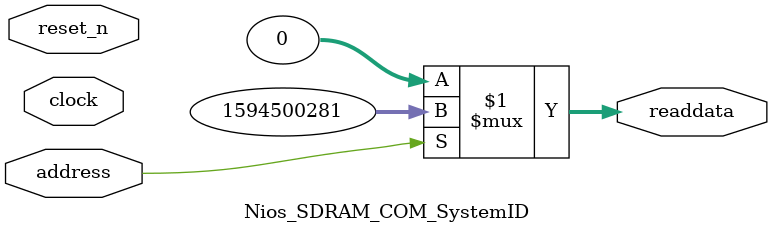
<source format=v>



// synthesis translate_off
`timescale 1ns / 1ps
// synthesis translate_on

// turn off superfluous verilog processor warnings 
// altera message_level Level1 
// altera message_off 10034 10035 10036 10037 10230 10240 10030 

module Nios_SDRAM_COM_SystemID (
               // inputs:
                address,
                clock,
                reset_n,

               // outputs:
                readdata
             )
;

  output  [ 31: 0] readdata;
  input            address;
  input            clock;
  input            reset_n;

  wire    [ 31: 0] readdata;
  //control_slave, which is an e_avalon_slave
  assign readdata = address ? 1594500281 : 0;

endmodule



</source>
